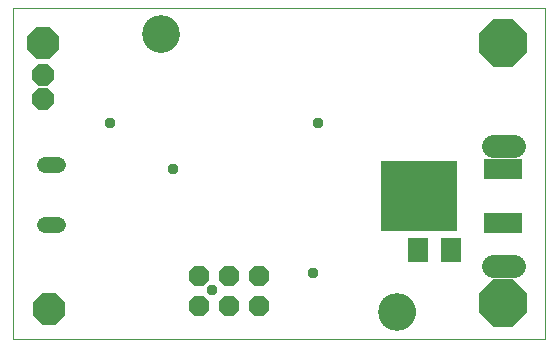
<source format=gbs>
G75*
%MOIN*%
%OFA0B0*%
%FSLAX25Y25*%
%IPPOS*%
%LPD*%
%AMOC8*
5,1,8,0,0,1.08239X$1,22.5*
%
%ADD10C,0.00000*%
%ADD11C,0.12611*%
%ADD12OC8,0.06800*%
%ADD13C,0.05200*%
%ADD14OC8,0.15800*%
%ADD15OC8,0.10800*%
%ADD16C,0.07800*%
%ADD17R,0.25209X0.23635*%
%ADD18R,0.12611X0.07099*%
%ADD19R,0.07099X0.07887*%
%ADD20OC8,0.07100*%
%ADD21C,0.03778*%
D10*
X0001000Y0001000D02*
X0001000Y0111236D01*
X0178165Y0111236D01*
X0178165Y0001000D01*
X0001000Y0001000D01*
X0123047Y0010055D02*
X0123049Y0010208D01*
X0123055Y0010362D01*
X0123065Y0010515D01*
X0123079Y0010667D01*
X0123097Y0010820D01*
X0123119Y0010971D01*
X0123144Y0011122D01*
X0123174Y0011273D01*
X0123208Y0011423D01*
X0123245Y0011571D01*
X0123286Y0011719D01*
X0123331Y0011865D01*
X0123380Y0012011D01*
X0123433Y0012155D01*
X0123489Y0012297D01*
X0123549Y0012438D01*
X0123613Y0012578D01*
X0123680Y0012716D01*
X0123751Y0012852D01*
X0123826Y0012986D01*
X0123903Y0013118D01*
X0123985Y0013248D01*
X0124069Y0013376D01*
X0124157Y0013502D01*
X0124248Y0013625D01*
X0124342Y0013746D01*
X0124440Y0013864D01*
X0124540Y0013980D01*
X0124644Y0014093D01*
X0124750Y0014204D01*
X0124859Y0014312D01*
X0124971Y0014417D01*
X0125085Y0014518D01*
X0125203Y0014617D01*
X0125322Y0014713D01*
X0125444Y0014806D01*
X0125569Y0014895D01*
X0125696Y0014982D01*
X0125825Y0015064D01*
X0125956Y0015144D01*
X0126089Y0015220D01*
X0126224Y0015293D01*
X0126361Y0015362D01*
X0126500Y0015427D01*
X0126640Y0015489D01*
X0126782Y0015547D01*
X0126925Y0015602D01*
X0127070Y0015653D01*
X0127216Y0015700D01*
X0127363Y0015743D01*
X0127511Y0015782D01*
X0127660Y0015818D01*
X0127810Y0015849D01*
X0127961Y0015877D01*
X0128112Y0015901D01*
X0128265Y0015921D01*
X0128417Y0015937D01*
X0128570Y0015949D01*
X0128723Y0015957D01*
X0128876Y0015961D01*
X0129030Y0015961D01*
X0129183Y0015957D01*
X0129336Y0015949D01*
X0129489Y0015937D01*
X0129641Y0015921D01*
X0129794Y0015901D01*
X0129945Y0015877D01*
X0130096Y0015849D01*
X0130246Y0015818D01*
X0130395Y0015782D01*
X0130543Y0015743D01*
X0130690Y0015700D01*
X0130836Y0015653D01*
X0130981Y0015602D01*
X0131124Y0015547D01*
X0131266Y0015489D01*
X0131406Y0015427D01*
X0131545Y0015362D01*
X0131682Y0015293D01*
X0131817Y0015220D01*
X0131950Y0015144D01*
X0132081Y0015064D01*
X0132210Y0014982D01*
X0132337Y0014895D01*
X0132462Y0014806D01*
X0132584Y0014713D01*
X0132703Y0014617D01*
X0132821Y0014518D01*
X0132935Y0014417D01*
X0133047Y0014312D01*
X0133156Y0014204D01*
X0133262Y0014093D01*
X0133366Y0013980D01*
X0133466Y0013864D01*
X0133564Y0013746D01*
X0133658Y0013625D01*
X0133749Y0013502D01*
X0133837Y0013376D01*
X0133921Y0013248D01*
X0134003Y0013118D01*
X0134080Y0012986D01*
X0134155Y0012852D01*
X0134226Y0012716D01*
X0134293Y0012578D01*
X0134357Y0012438D01*
X0134417Y0012297D01*
X0134473Y0012155D01*
X0134526Y0012011D01*
X0134575Y0011865D01*
X0134620Y0011719D01*
X0134661Y0011571D01*
X0134698Y0011423D01*
X0134732Y0011273D01*
X0134762Y0011122D01*
X0134787Y0010971D01*
X0134809Y0010820D01*
X0134827Y0010667D01*
X0134841Y0010515D01*
X0134851Y0010362D01*
X0134857Y0010208D01*
X0134859Y0010055D01*
X0134857Y0009902D01*
X0134851Y0009748D01*
X0134841Y0009595D01*
X0134827Y0009443D01*
X0134809Y0009290D01*
X0134787Y0009139D01*
X0134762Y0008988D01*
X0134732Y0008837D01*
X0134698Y0008687D01*
X0134661Y0008539D01*
X0134620Y0008391D01*
X0134575Y0008245D01*
X0134526Y0008099D01*
X0134473Y0007955D01*
X0134417Y0007813D01*
X0134357Y0007672D01*
X0134293Y0007532D01*
X0134226Y0007394D01*
X0134155Y0007258D01*
X0134080Y0007124D01*
X0134003Y0006992D01*
X0133921Y0006862D01*
X0133837Y0006734D01*
X0133749Y0006608D01*
X0133658Y0006485D01*
X0133564Y0006364D01*
X0133466Y0006246D01*
X0133366Y0006130D01*
X0133262Y0006017D01*
X0133156Y0005906D01*
X0133047Y0005798D01*
X0132935Y0005693D01*
X0132821Y0005592D01*
X0132703Y0005493D01*
X0132584Y0005397D01*
X0132462Y0005304D01*
X0132337Y0005215D01*
X0132210Y0005128D01*
X0132081Y0005046D01*
X0131950Y0004966D01*
X0131817Y0004890D01*
X0131682Y0004817D01*
X0131545Y0004748D01*
X0131406Y0004683D01*
X0131266Y0004621D01*
X0131124Y0004563D01*
X0130981Y0004508D01*
X0130836Y0004457D01*
X0130690Y0004410D01*
X0130543Y0004367D01*
X0130395Y0004328D01*
X0130246Y0004292D01*
X0130096Y0004261D01*
X0129945Y0004233D01*
X0129794Y0004209D01*
X0129641Y0004189D01*
X0129489Y0004173D01*
X0129336Y0004161D01*
X0129183Y0004153D01*
X0129030Y0004149D01*
X0128876Y0004149D01*
X0128723Y0004153D01*
X0128570Y0004161D01*
X0128417Y0004173D01*
X0128265Y0004189D01*
X0128112Y0004209D01*
X0127961Y0004233D01*
X0127810Y0004261D01*
X0127660Y0004292D01*
X0127511Y0004328D01*
X0127363Y0004367D01*
X0127216Y0004410D01*
X0127070Y0004457D01*
X0126925Y0004508D01*
X0126782Y0004563D01*
X0126640Y0004621D01*
X0126500Y0004683D01*
X0126361Y0004748D01*
X0126224Y0004817D01*
X0126089Y0004890D01*
X0125956Y0004966D01*
X0125825Y0005046D01*
X0125696Y0005128D01*
X0125569Y0005215D01*
X0125444Y0005304D01*
X0125322Y0005397D01*
X0125203Y0005493D01*
X0125085Y0005592D01*
X0124971Y0005693D01*
X0124859Y0005798D01*
X0124750Y0005906D01*
X0124644Y0006017D01*
X0124540Y0006130D01*
X0124440Y0006246D01*
X0124342Y0006364D01*
X0124248Y0006485D01*
X0124157Y0006608D01*
X0124069Y0006734D01*
X0123985Y0006862D01*
X0123903Y0006992D01*
X0123826Y0007124D01*
X0123751Y0007258D01*
X0123680Y0007394D01*
X0123613Y0007532D01*
X0123549Y0007672D01*
X0123489Y0007813D01*
X0123433Y0007955D01*
X0123380Y0008099D01*
X0123331Y0008245D01*
X0123286Y0008391D01*
X0123245Y0008539D01*
X0123208Y0008687D01*
X0123174Y0008837D01*
X0123144Y0008988D01*
X0123119Y0009139D01*
X0123097Y0009290D01*
X0123079Y0009443D01*
X0123065Y0009595D01*
X0123055Y0009748D01*
X0123049Y0009902D01*
X0123047Y0010055D01*
X0044307Y0102575D02*
X0044309Y0102728D01*
X0044315Y0102882D01*
X0044325Y0103035D01*
X0044339Y0103187D01*
X0044357Y0103340D01*
X0044379Y0103491D01*
X0044404Y0103642D01*
X0044434Y0103793D01*
X0044468Y0103943D01*
X0044505Y0104091D01*
X0044546Y0104239D01*
X0044591Y0104385D01*
X0044640Y0104531D01*
X0044693Y0104675D01*
X0044749Y0104817D01*
X0044809Y0104958D01*
X0044873Y0105098D01*
X0044940Y0105236D01*
X0045011Y0105372D01*
X0045086Y0105506D01*
X0045163Y0105638D01*
X0045245Y0105768D01*
X0045329Y0105896D01*
X0045417Y0106022D01*
X0045508Y0106145D01*
X0045602Y0106266D01*
X0045700Y0106384D01*
X0045800Y0106500D01*
X0045904Y0106613D01*
X0046010Y0106724D01*
X0046119Y0106832D01*
X0046231Y0106937D01*
X0046345Y0107038D01*
X0046463Y0107137D01*
X0046582Y0107233D01*
X0046704Y0107326D01*
X0046829Y0107415D01*
X0046956Y0107502D01*
X0047085Y0107584D01*
X0047216Y0107664D01*
X0047349Y0107740D01*
X0047484Y0107813D01*
X0047621Y0107882D01*
X0047760Y0107947D01*
X0047900Y0108009D01*
X0048042Y0108067D01*
X0048185Y0108122D01*
X0048330Y0108173D01*
X0048476Y0108220D01*
X0048623Y0108263D01*
X0048771Y0108302D01*
X0048920Y0108338D01*
X0049070Y0108369D01*
X0049221Y0108397D01*
X0049372Y0108421D01*
X0049525Y0108441D01*
X0049677Y0108457D01*
X0049830Y0108469D01*
X0049983Y0108477D01*
X0050136Y0108481D01*
X0050290Y0108481D01*
X0050443Y0108477D01*
X0050596Y0108469D01*
X0050749Y0108457D01*
X0050901Y0108441D01*
X0051054Y0108421D01*
X0051205Y0108397D01*
X0051356Y0108369D01*
X0051506Y0108338D01*
X0051655Y0108302D01*
X0051803Y0108263D01*
X0051950Y0108220D01*
X0052096Y0108173D01*
X0052241Y0108122D01*
X0052384Y0108067D01*
X0052526Y0108009D01*
X0052666Y0107947D01*
X0052805Y0107882D01*
X0052942Y0107813D01*
X0053077Y0107740D01*
X0053210Y0107664D01*
X0053341Y0107584D01*
X0053470Y0107502D01*
X0053597Y0107415D01*
X0053722Y0107326D01*
X0053844Y0107233D01*
X0053963Y0107137D01*
X0054081Y0107038D01*
X0054195Y0106937D01*
X0054307Y0106832D01*
X0054416Y0106724D01*
X0054522Y0106613D01*
X0054626Y0106500D01*
X0054726Y0106384D01*
X0054824Y0106266D01*
X0054918Y0106145D01*
X0055009Y0106022D01*
X0055097Y0105896D01*
X0055181Y0105768D01*
X0055263Y0105638D01*
X0055340Y0105506D01*
X0055415Y0105372D01*
X0055486Y0105236D01*
X0055553Y0105098D01*
X0055617Y0104958D01*
X0055677Y0104817D01*
X0055733Y0104675D01*
X0055786Y0104531D01*
X0055835Y0104385D01*
X0055880Y0104239D01*
X0055921Y0104091D01*
X0055958Y0103943D01*
X0055992Y0103793D01*
X0056022Y0103642D01*
X0056047Y0103491D01*
X0056069Y0103340D01*
X0056087Y0103187D01*
X0056101Y0103035D01*
X0056111Y0102882D01*
X0056117Y0102728D01*
X0056119Y0102575D01*
X0056117Y0102422D01*
X0056111Y0102268D01*
X0056101Y0102115D01*
X0056087Y0101963D01*
X0056069Y0101810D01*
X0056047Y0101659D01*
X0056022Y0101508D01*
X0055992Y0101357D01*
X0055958Y0101207D01*
X0055921Y0101059D01*
X0055880Y0100911D01*
X0055835Y0100765D01*
X0055786Y0100619D01*
X0055733Y0100475D01*
X0055677Y0100333D01*
X0055617Y0100192D01*
X0055553Y0100052D01*
X0055486Y0099914D01*
X0055415Y0099778D01*
X0055340Y0099644D01*
X0055263Y0099512D01*
X0055181Y0099382D01*
X0055097Y0099254D01*
X0055009Y0099128D01*
X0054918Y0099005D01*
X0054824Y0098884D01*
X0054726Y0098766D01*
X0054626Y0098650D01*
X0054522Y0098537D01*
X0054416Y0098426D01*
X0054307Y0098318D01*
X0054195Y0098213D01*
X0054081Y0098112D01*
X0053963Y0098013D01*
X0053844Y0097917D01*
X0053722Y0097824D01*
X0053597Y0097735D01*
X0053470Y0097648D01*
X0053341Y0097566D01*
X0053210Y0097486D01*
X0053077Y0097410D01*
X0052942Y0097337D01*
X0052805Y0097268D01*
X0052666Y0097203D01*
X0052526Y0097141D01*
X0052384Y0097083D01*
X0052241Y0097028D01*
X0052096Y0096977D01*
X0051950Y0096930D01*
X0051803Y0096887D01*
X0051655Y0096848D01*
X0051506Y0096812D01*
X0051356Y0096781D01*
X0051205Y0096753D01*
X0051054Y0096729D01*
X0050901Y0096709D01*
X0050749Y0096693D01*
X0050596Y0096681D01*
X0050443Y0096673D01*
X0050290Y0096669D01*
X0050136Y0096669D01*
X0049983Y0096673D01*
X0049830Y0096681D01*
X0049677Y0096693D01*
X0049525Y0096709D01*
X0049372Y0096729D01*
X0049221Y0096753D01*
X0049070Y0096781D01*
X0048920Y0096812D01*
X0048771Y0096848D01*
X0048623Y0096887D01*
X0048476Y0096930D01*
X0048330Y0096977D01*
X0048185Y0097028D01*
X0048042Y0097083D01*
X0047900Y0097141D01*
X0047760Y0097203D01*
X0047621Y0097268D01*
X0047484Y0097337D01*
X0047349Y0097410D01*
X0047216Y0097486D01*
X0047085Y0097566D01*
X0046956Y0097648D01*
X0046829Y0097735D01*
X0046704Y0097824D01*
X0046582Y0097917D01*
X0046463Y0098013D01*
X0046345Y0098112D01*
X0046231Y0098213D01*
X0046119Y0098318D01*
X0046010Y0098426D01*
X0045904Y0098537D01*
X0045800Y0098650D01*
X0045700Y0098766D01*
X0045602Y0098884D01*
X0045508Y0099005D01*
X0045417Y0099128D01*
X0045329Y0099254D01*
X0045245Y0099382D01*
X0045163Y0099512D01*
X0045086Y0099644D01*
X0045011Y0099778D01*
X0044940Y0099914D01*
X0044873Y0100052D01*
X0044809Y0100192D01*
X0044749Y0100333D01*
X0044693Y0100475D01*
X0044640Y0100619D01*
X0044591Y0100765D01*
X0044546Y0100911D01*
X0044505Y0101059D01*
X0044468Y0101207D01*
X0044434Y0101357D01*
X0044404Y0101508D01*
X0044379Y0101659D01*
X0044357Y0101810D01*
X0044339Y0101963D01*
X0044325Y0102115D01*
X0044315Y0102268D01*
X0044309Y0102422D01*
X0044307Y0102575D01*
D11*
X0050213Y0102575D03*
X0128953Y0010055D03*
D12*
X0082890Y0011748D03*
X0072890Y0011748D03*
X0062890Y0011748D03*
X0062890Y0021748D03*
X0072890Y0021748D03*
X0082890Y0021748D03*
D13*
X0015995Y0038756D02*
X0011595Y0038756D01*
X0011595Y0058756D02*
X0015995Y0058756D01*
D14*
X0164386Y0099425D03*
X0164386Y0012811D03*
D15*
X0012811Y0010843D03*
X0010843Y0099425D03*
D16*
X0160886Y0065094D02*
X0167886Y0065094D01*
X0167886Y0025094D02*
X0160886Y0025094D01*
D17*
X0136118Y0048638D03*
D18*
X0164386Y0057614D03*
X0164386Y0039661D03*
D19*
X0147063Y0030528D03*
X0136039Y0030528D03*
D20*
X0010843Y0080921D03*
X0010843Y0088795D03*
D21*
X0033078Y0072769D03*
X0054283Y0057545D03*
X0102672Y0072769D03*
X0101041Y0022748D03*
X0067331Y0017311D03*
M02*

</source>
